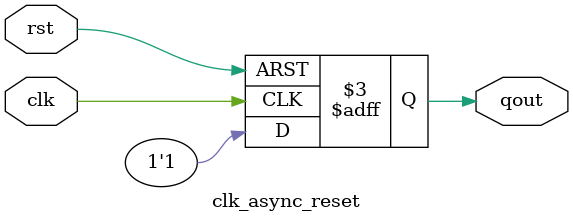
<source format=v>
module clk_async_reset (
  input wire clk,
  input wire rst,  // Active high reset
  output reg qout
);
  
  /// set qout =0 before
  initial 
    begin
      qout <= 0;
    end

  always @ (posedge clk or posedge rst)  
    
  begin
    if (rst) 
      qout <= 0;
    else      
      
      qout <= 1;
  end
endmodule

</source>
